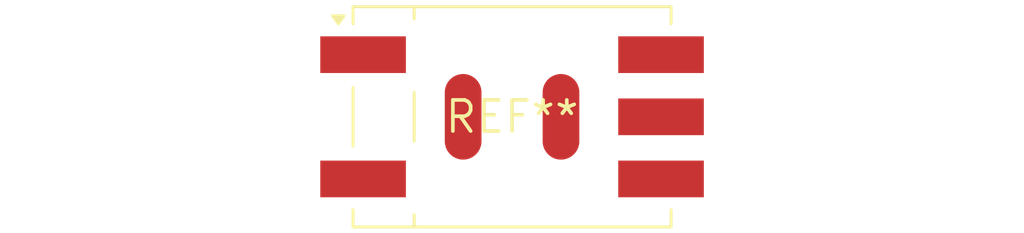
<source format=kicad_pcb>
(kicad_pcb (version 20240108) (generator pcbnew)
  (layers (0 "F.Cu" signal) (31 "B.Cu" signal) (34 "B.Paste" user) (35 "F.Paste" user) (36 "B.SilkS" user "B.Silkscreen") (37 "F.SilkS" user "F.Silkscreen") (38 "B.Mask" user) (39 "F.Mask" user) (44 "Edge.Cuts" user))
  (net 0 "")
  (footprint "Transformer_NF_ETAL_P3181_HandSoldering" (layer "F.Cu") (at 0 0)
    (property "Reference" "REF**")
    (property "Value" "Transformer_NF_ETAL_P3181_HandSoldering")
    (fp_line (start -6.5 -4.5) (end -6.5 -3.8) (layer "F.SilkS") (stroke (width 0.12)))
    (fp_line (start -6.5 -1.2) (end -6.5 1.2) (layer "F.SilkS") (stroke (width 0.12)))
    (fp_line (start -6.5 3.8) (end -6.5 4.5) (layer "F.SilkS") (stroke (width 0.12)))
    (fp_line (start -6.5 4.5) (end 6.5 4.5) (layer "F.SilkS") (stroke (width 0.12)))
    (fp_line (start -4 -4.5) (end -4 -4) (layer "F.SilkS") (stroke (width 0.12)))
    (fp_line (start -4 -1) (end -4 1) (layer "F.SilkS") (stroke (width 0.12)))
    (fp_line (start -4 4.5) (end -4 4) (layer "F.SilkS") (stroke (width 0.12)))
    (fp_line (start 6.5 -4.5) (end -6.5 -4.5) (layer "F.SilkS") (stroke (width 0.12)))
    (fp_line (start 6.5 -4.5) (end 6.5 -3.8) (layer "F.SilkS") (stroke (width 0.12)))
    (fp_line (start 6.5 3.8) (end 6.5 4.5) (layer "F.SilkS") (stroke (width 0.12)))
    (fp_poly (pts (xy -7.1 -3.8) (xy -7.34 -4.13) (xy -6.86 -4.13) (xy -7.1 -3.8)) (layer "F.SilkS") (stroke (width 0.12)) (fill solid))
    (pad "1" smd rect (at -6.09 -2.54) (size 3.5 1.5) (layers "F.Cu" "F.Paste" "F.Mask"))
    (pad "2" smd rect (at -6.09 2.54) (size 3.5 1.5) (layers "F.Cu" "F.Paste" "F.Mask"))
    (pad "3" smd rect (at 6.09 2.54) (size 3.5 1.5) (layers "F.Cu" "F.Paste" "F.Mask"))
    (pad "4" smd rect (at 6.09 0) (size 3.5 1.5) (layers "F.Cu" "F.Paste" "F.Mask"))
    (pad "5" smd rect (at 6.09 -2.54) (size 3.5 1.5) (layers "F.Cu" "F.Paste" "F.Mask"))
    (pad "7" smd oval (at -2 0 90) (size 3.5 1.5) (layers "F.Cu" "F.Paste" "F.Mask"))
    (pad "7" smd oval (at 2 0 90) (size 3.5 1.5) (layers "F.Cu" "F.Paste" "F.Mask"))
  )
)
</source>
